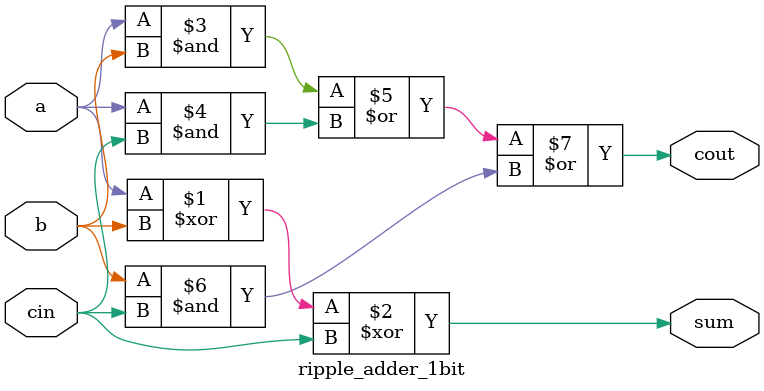
<source format=sv>
module ripple_adder_1bit(
    input a,
    input b,
    input cin,
    output logic sum,
    output logic cout
    );

    assign sum = a ^ b ^ cin;
    assign cout = (a & b) | (a & cin) | (b & cin);

endmodule
</source>
